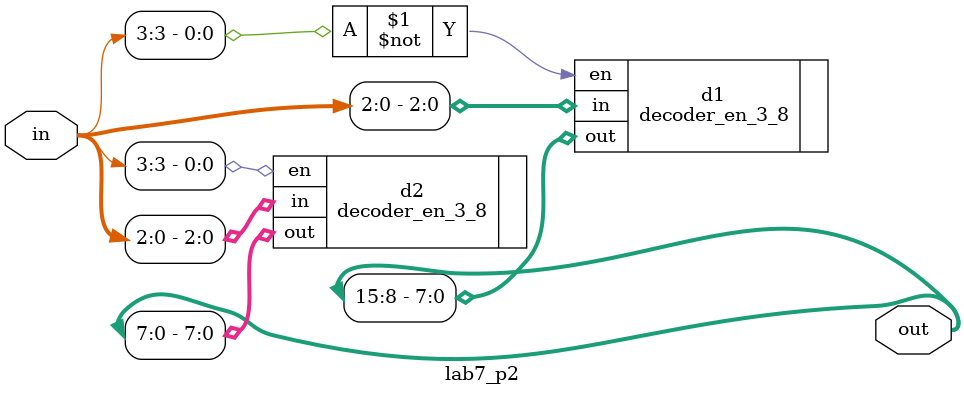
<source format=v>
`timescale 1ns / 1ps


module lab7_p2(
    input [3:0] in,
    output [15:0] out
    );
    decoder_en_3_8 d1(.in(in[2:0]), .en(~in[3]), .out(out[15:8]));
    decoder_en_3_8 d2(.in(in[2:0]), .en(in[3]), .out(out[7:0]));
endmodule

</source>
